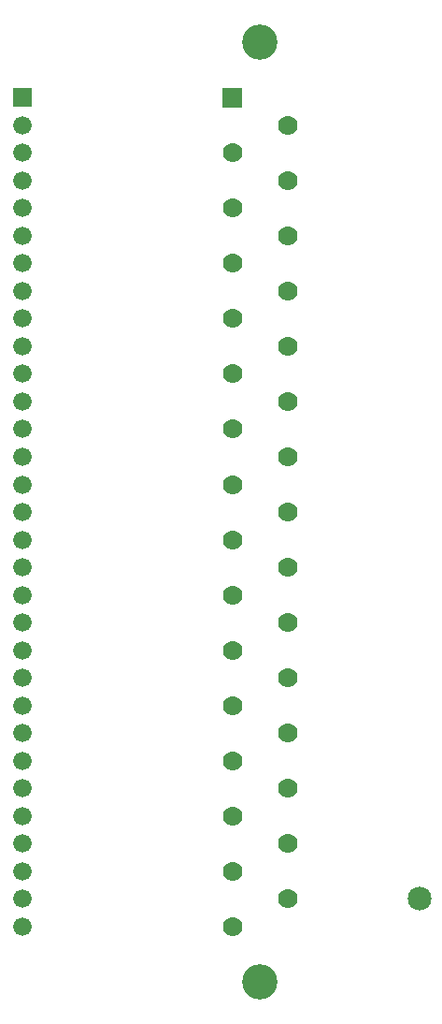
<source format=gbr>
G04 start of page 8 for group -4062 idx -4062 *
G04 Title: 31_front_pcb.pcb, soldermask *
G04 Creator: pcb 20100929 *
G04 CreationDate: Sat Sep 29 18:10:19 2012 UTC *
G04 For: bert *
G04 Format: Gerber/RS-274X *
G04 PCB-Dimensions: 196850 393701 *
G04 PCB-Coordinate-Origin: lower left *
%MOIN*%
%FSLAX25Y25*%
%LNBACKMASK*%
%ADD12C,0.0200*%
%ADD15C,0.1260*%
%ADD20C,0.0700*%
%ADD21C,0.0850*%
%ADD22C,0.0660*%
G54D20*X90552Y265748D03*
X110236Y255906D03*
Y236221D03*
Y216536D03*
X90552Y246063D03*
Y226378D03*
Y206693D03*
Y187008D03*
Y167323D03*
X110236Y314961D03*
X90552Y305118D03*
X110236Y295276D03*
X90552Y285433D03*
G54D12*G36*
X87052Y347988D02*Y340988D01*
X94052D01*
Y347988D01*
X87052D01*
G37*
G54D20*X110236Y334646D03*
X90552Y324803D03*
X110236Y275591D03*
G54D15*X100395Y364174D03*
G54D20*X110236Y196851D03*
Y177166D03*
Y157481D03*
X90552Y147638D03*
Y127953D03*
Y108268D03*
Y88583D03*
X110236Y137796D03*
Y118111D03*
Y98426D03*
Y78741D03*
X90552Y68898D03*
Y49213D03*
G54D21*X157480Y59055D03*
G54D20*X110236Y59056D03*
G54D15*X100395Y29528D03*
G54D12*G36*
X12448Y347788D02*Y341188D01*
X19048D01*
Y347788D01*
X12448D01*
G37*
G54D22*X15748Y334646D03*
Y324803D03*
Y314961D03*
Y305118D03*
Y295276D03*
Y285433D03*
Y275591D03*
Y265748D03*
Y255906D03*
Y246063D03*
Y236221D03*
Y226378D03*
Y216536D03*
Y206693D03*
Y196851D03*
Y187008D03*
Y177166D03*
Y167323D03*
Y157481D03*
Y147638D03*
Y137795D03*
Y127953D03*
Y118110D03*
Y108268D03*
Y98425D03*
Y88583D03*
Y78740D03*
Y68898D03*
Y59055D03*
Y49213D03*
M02*

</source>
